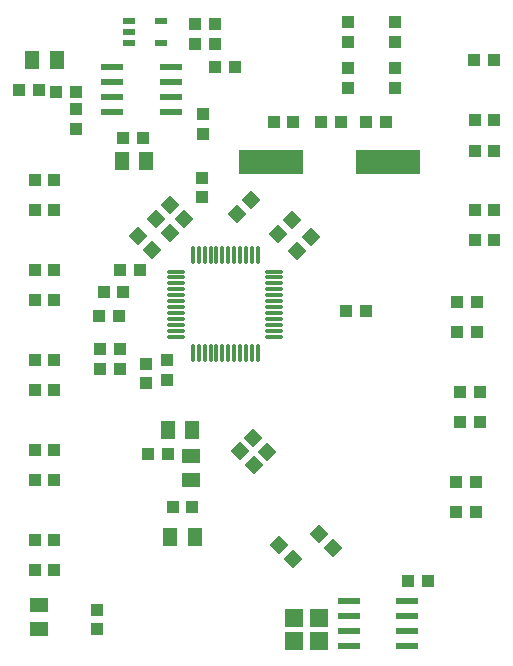
<source format=gbr>
%TF.GenerationSoftware,KiCad,Pcbnew,7.0.8*%
%TF.CreationDate,2024-01-04T13:39:42+01:00*%
%TF.ProjectId,OSSI_CM2,4f535349-5f43-44d3-922e-6b696361645f,rev?*%
%TF.SameCoordinates,Original*%
%TF.FileFunction,Paste,Top*%
%TF.FilePolarity,Positive*%
%FSLAX46Y46*%
G04 Gerber Fmt 4.6, Leading zero omitted, Abs format (unit mm)*
G04 Created by KiCad (PCBNEW 7.0.8) date 2024-01-04 13:39:42*
%MOMM*%
%LPD*%
G01*
G04 APERTURE LIST*
G04 Aperture macros list*
%AMRoundRect*
0 Rectangle with rounded corners*
0 $1 Rounding radius*
0 $2 $3 $4 $5 $6 $7 $8 $9 X,Y pos of 4 corners*
0 Add a 4 corners polygon primitive as box body*
4,1,4,$2,$3,$4,$5,$6,$7,$8,$9,$2,$3,0*
0 Add four circle primitives for the rounded corners*
1,1,$1+$1,$2,$3*
1,1,$1+$1,$4,$5*
1,1,$1+$1,$6,$7*
1,1,$1+$1,$8,$9*
0 Add four rect primitives between the rounded corners*
20,1,$1+$1,$2,$3,$4,$5,0*
20,1,$1+$1,$4,$5,$6,$7,0*
20,1,$1+$1,$6,$7,$8,$9,0*
20,1,$1+$1,$8,$9,$2,$3,0*%
%AMRotRect*
0 Rectangle, with rotation*
0 The origin of the aperture is its center*
0 $1 length*
0 $2 width*
0 $3 Rotation angle, in degrees counterclockwise*
0 Add horizontal line*
21,1,$1,$2,0,0,$3*%
G04 Aperture macros list end*
%ADD10RotRect,1.100000X1.100000X135.000000*%
%ADD11R,1.100000X1.100000*%
%ADD12R,1.050000X0.600000*%
%ADD13R,1.500000X1.500000*%
%ADD14RotRect,1.100000X1.100000X45.000000*%
%ADD15RotRect,1.100000X1.100000X315.000000*%
%ADD16R,1.500000X1.250000*%
%ADD17R,1.970000X0.600000*%
%ADD18R,1.250000X1.500000*%
%ADD19RoundRect,0.075000X-0.075000X0.662500X-0.075000X-0.662500X0.075000X-0.662500X0.075000X0.662500X0*%
%ADD20RoundRect,0.075000X-0.662500X0.075000X-0.662500X-0.075000X0.662500X-0.075000X0.662500X0.075000X0*%
%ADD21R,5.500000X2.000000*%
%ADD22RotRect,1.100000X1.100000X225.000000*%
G04 APERTURE END LIST*
D10*
%TO.C,R131*%
X144917697Y-119717697D03*
X143732303Y-118532303D03*
%TD*%
D11*
%TO.C,R140*%
X153550000Y-79804000D03*
X153550000Y-78127600D03*
%TD*%
%TO.C,H140*%
X153550000Y-75904000D03*
X153550000Y-74227600D03*
%TD*%
%TO.C,C102*%
X143286800Y-82650001D03*
X144963200Y-82650001D03*
%TD*%
%TO.C,R124*%
X124738200Y-120650000D03*
X123061800Y-120650000D03*
%TD*%
D12*
%TO.C,D101*%
X131038200Y-74104000D03*
X131038200Y-75054000D03*
X131038200Y-76004000D03*
X133738200Y-76004000D03*
X133738200Y-74104000D03*
%TD*%
D11*
%TO.C,R114*%
X160788200Y-105554000D03*
X159111800Y-105554000D03*
%TD*%
%TO.C,R132*%
X126526400Y-80104000D03*
X124850000Y-80104000D03*
%TD*%
D13*
%TO.C,RESET0*%
X147100000Y-126650000D03*
X147100000Y-124650000D03*
%TD*%
D11*
%TO.C,R115*%
X160488200Y-100454000D03*
X158811800Y-100454000D03*
%TD*%
%TO.C,R105*%
X123061800Y-102870000D03*
X124738200Y-102870000D03*
%TD*%
%TO.C,C115*%
X154673600Y-121529001D03*
X156350000Y-121529001D03*
%TD*%
%TO.C,R123*%
X124738200Y-118110000D03*
X123061800Y-118110000D03*
%TD*%
D14*
%TO.C,R116*%
X140207303Y-90442697D03*
X141392697Y-89257303D03*
%TD*%
D15*
%TO.C,R121*%
X140482303Y-110557303D03*
X141667697Y-111742697D03*
%TD*%
D11*
%TO.C,C106*%
X128900000Y-97100000D03*
X130576400Y-97100000D03*
%TD*%
D16*
%TO.C,L101*%
X136336800Y-110979000D03*
X136336800Y-113029000D03*
%TD*%
D11*
%TO.C,R127*%
X158711800Y-113154000D03*
X160388200Y-113154000D03*
%TD*%
%TO.C,R102*%
X123061800Y-95250000D03*
X124738200Y-95250000D03*
%TD*%
%TO.C,R104*%
X123061800Y-97790000D03*
X124738200Y-97790000D03*
%TD*%
%TO.C,R109*%
X123061800Y-90170000D03*
X124738200Y-90170000D03*
%TD*%
D15*
%TO.C,C112*%
X133314606Y-90914606D03*
X134500000Y-92100000D03*
%TD*%
D11*
%TO.C,R118*%
X160311800Y-92700000D03*
X161988200Y-92700000D03*
%TD*%
%TO.C,R106*%
X123061800Y-105410000D03*
X124738200Y-105410000D03*
%TD*%
%TO.C,C116*%
X137225000Y-87386800D03*
X137225000Y-89063200D03*
%TD*%
%TO.C,C120*%
X134736800Y-115297400D03*
X136413200Y-115297400D03*
%TD*%
D17*
%TO.C,U104*%
X129613200Y-77999000D03*
X129613200Y-79269000D03*
X129613200Y-80539000D03*
X129613200Y-81809000D03*
X134563200Y-81809000D03*
X134563200Y-80539000D03*
X134563200Y-79269000D03*
X134563200Y-77999000D03*
%TD*%
D11*
%TO.C,R119*%
X160311800Y-90175000D03*
X161988200Y-90175000D03*
%TD*%
D18*
%TO.C,C124*%
X124925000Y-77404000D03*
X122875000Y-77404000D03*
%TD*%
D15*
%TO.C,R122*%
X141582303Y-109432303D03*
X142767697Y-110617697D03*
%TD*%
D11*
%TO.C,R134*%
X132226400Y-84004000D03*
X130550000Y-84004000D03*
%TD*%
%TO.C,C105*%
X130261800Y-95200000D03*
X131938200Y-95200000D03*
%TD*%
D13*
%TO.C,BOOT0*%
X145025000Y-124650000D03*
X145025000Y-126650000D03*
%TD*%
D11*
%TO.C,R133*%
X126526400Y-81615800D03*
X126526400Y-83292200D03*
%TD*%
%TO.C,R120*%
X160311800Y-85100000D03*
X161988200Y-85100000D03*
%TD*%
D17*
%TO.C,U103*%
X149675001Y-123224000D03*
X149675001Y-124494000D03*
X149675001Y-125764000D03*
X149675001Y-127034000D03*
X154625001Y-127034000D03*
X154625001Y-125764000D03*
X154625001Y-124494000D03*
X154625001Y-123224000D03*
%TD*%
D11*
%TO.C,R129*%
X138338200Y-76054000D03*
X136661800Y-76054000D03*
%TD*%
%TO.C,R107*%
X123061800Y-110490000D03*
X124738200Y-110490000D03*
%TD*%
%TO.C,H141*%
X149550000Y-75904000D03*
X149550000Y-74227600D03*
%TD*%
%TO.C,R135*%
X123388200Y-80010000D03*
X121711800Y-80010000D03*
%TD*%
%TO.C,C109*%
X128600000Y-103592200D03*
X128600000Y-101915800D03*
%TD*%
%TO.C,R110*%
X148963200Y-82650000D03*
X147286800Y-82650000D03*
%TD*%
%TO.C,R113*%
X160775000Y-108100000D03*
X159098600Y-108100000D03*
%TD*%
%TO.C,R111*%
X132450000Y-104813200D03*
X132450000Y-103136800D03*
%TD*%
D16*
%TO.C,C114*%
X123400000Y-123579000D03*
X123400000Y-125629000D03*
%TD*%
D11*
%TO.C,C113*%
X134225000Y-104488200D03*
X134225000Y-102811800D03*
%TD*%
%TO.C,R108*%
X123061800Y-113030000D03*
X124738200Y-113030000D03*
%TD*%
%TO.C,R126*%
X160286800Y-77475000D03*
X161963200Y-77475000D03*
%TD*%
D15*
%TO.C,C103*%
X131814606Y-92314606D03*
X133000000Y-93500000D03*
%TD*%
D19*
%TO.C,U101*%
X141950000Y-93937500D03*
X141450000Y-93937500D03*
X140950000Y-93937500D03*
X140450000Y-93937500D03*
X139950000Y-93937500D03*
X139450000Y-93937500D03*
X138950000Y-93937500D03*
X138450000Y-93937500D03*
X137950000Y-93937500D03*
X137450000Y-93937500D03*
X136950000Y-93937500D03*
X136450000Y-93937500D03*
D20*
X135037500Y-95350000D03*
X135037500Y-95850000D03*
X135037500Y-96350000D03*
X135037500Y-96850000D03*
X135037500Y-97350000D03*
X135037500Y-97850000D03*
X135037500Y-98350000D03*
X135037500Y-98850000D03*
X135037500Y-99350000D03*
X135037500Y-99850000D03*
X135037500Y-100350000D03*
X135037500Y-100850000D03*
D19*
X136450000Y-102262500D03*
X136950000Y-102262500D03*
X137450000Y-102262500D03*
X137950000Y-102262500D03*
X138450000Y-102262500D03*
X138950000Y-102262500D03*
X139450000Y-102262500D03*
X139950000Y-102262500D03*
X140450000Y-102262500D03*
X140950000Y-102262500D03*
X141450000Y-102262500D03*
X141950000Y-102262500D03*
D20*
X143362500Y-100850000D03*
X143362500Y-100350000D03*
X143362500Y-99850000D03*
X143362500Y-99350000D03*
X143362500Y-98850000D03*
X143362500Y-98350000D03*
X143362500Y-97850000D03*
X143362500Y-97350000D03*
X143362500Y-96850000D03*
X143362500Y-96350000D03*
X143362500Y-95850000D03*
X143362500Y-95350000D03*
%TD*%
D21*
%TO.C,Y101*%
X152975000Y-86075000D03*
X143075000Y-86075000D03*
%TD*%
D11*
%TO.C,R141*%
X149550000Y-79804000D03*
X149550000Y-78127600D03*
%TD*%
D22*
%TO.C,C108*%
X144864800Y-90982303D03*
X143679406Y-92167697D03*
%TD*%
D11*
%TO.C,R128*%
X158711800Y-115704000D03*
X160388200Y-115704000D03*
%TD*%
%TO.C,C110*%
X130325000Y-103588200D03*
X130325000Y-101911800D03*
%TD*%
D15*
%TO.C,C104*%
X134514606Y-89714606D03*
X135700000Y-90900000D03*
%TD*%
D11*
%TO.C,R125*%
X160311800Y-82550000D03*
X161988200Y-82550000D03*
%TD*%
D15*
%TO.C,R136*%
X147132303Y-117582303D03*
X148317697Y-118767697D03*
%TD*%
D11*
%TO.C,R130*%
X136661800Y-74354000D03*
X138338200Y-74354000D03*
%TD*%
%TO.C,C107*%
X128486800Y-99125000D03*
X130163200Y-99125000D03*
%TD*%
D18*
%TO.C,C123*%
X132475000Y-86004000D03*
X130425000Y-86004000D03*
%TD*%
D11*
%TO.C,C117*%
X132661800Y-110800000D03*
X134338200Y-110800000D03*
%TD*%
%TO.C,C119*%
X137350000Y-83692200D03*
X137350000Y-82015800D03*
%TD*%
D18*
%TO.C,C118*%
X134311800Y-108804000D03*
X136361800Y-108804000D03*
%TD*%
D11*
%TO.C,R103*%
X123061800Y-87630000D03*
X124738200Y-87630000D03*
%TD*%
%TO.C,R112*%
X149411800Y-98704000D03*
X151088200Y-98704000D03*
%TD*%
%TO.C,C101*%
X152801399Y-82650000D03*
X151124999Y-82650000D03*
%TD*%
D22*
%TO.C,C111*%
X146442697Y-92432303D03*
X145257303Y-93617697D03*
%TD*%
D11*
%TO.C,R101*%
X128370000Y-125652200D03*
X128370000Y-123975800D03*
%TD*%
%TO.C,R117*%
X158811800Y-97904000D03*
X160488200Y-97904000D03*
%TD*%
%TO.C,C122*%
X140026400Y-78004000D03*
X138350000Y-78004000D03*
%TD*%
D18*
%TO.C,C121*%
X134550000Y-117797400D03*
X136600000Y-117797400D03*
%TD*%
M02*

</source>
